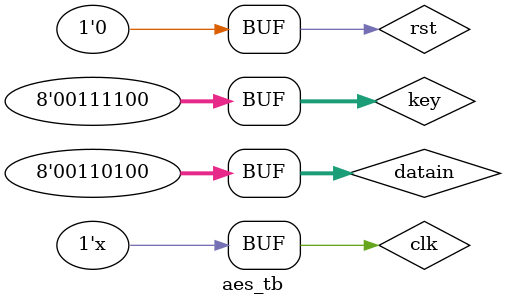
<source format=v>
`timescale 1ns/1ns

module aes_tb;
    reg rst;
    reg clk;
    reg [7:0] key;
    reg [7:0] datain;
    wire [7:0] dataout;
    wire valid;
   


    parameter kin = 128'h2b7e151628aed2a6abf7158809cf4f3c;  //eg in fips197
    parameter din = 128'h3243f6a8885a308d313198a2e0370734;



    parameter period = 20;
    
    
    ae_encry uut (rst, clk, key, datain, dataout, valid);

    always # (period/2)  
	begin
	    clk = ~ clk;
    end
    
    initial begin
        
        rst = 1'b1;
        clk = 1'b1;    
        #period
        rst = 1'b0;
        key = kin[127:120];
        datain = din[127:120];
        #period
        key = kin[119:112];
        datain = din[119:112];
        #period
        key = kin[111:104];
        datain = din[111:104];
        #period
        key = kin[103:96];
        datain = din[103:96];
        #period
        key = kin[95:88];
        datain = din[95:88];
        #period
        key = kin[87:80];
        datain = din[87:80];
        #period
        key = kin[79:72];
        datain = din[79:72];
        #period
        key = kin[71:64];
        datain = din[71:64];
        #period
        key = kin[63:56];
        datain = din[63:56];
        #period
        key = kin[55:48];
        datain = din[55:48];
        #period
        key = kin[47:40];
        datain = din[47:40];
        #period
        key = kin[39:32];
        datain = din[39:32];
        #period
        key = kin[31:24];
        datain = din[31:24];
        #period
        key = kin[23:16];
        datain = din[23:16];
        #period
        key = kin[15:8];
        datain = din[15:8];
        #period
        key = kin[7:0];
        datain = din[7:0];
    end
endmodule


</source>
